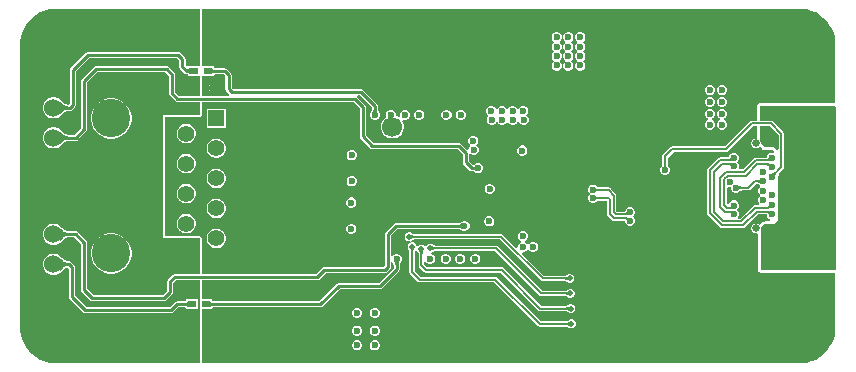
<source format=gbl>
G04*
G04 #@! TF.GenerationSoftware,Altium Limited,Altium Designer Agile,26.0.0 (14)*
G04*
G04 Layer_Physical_Order=4*
G04 Layer_Color=16711680*
%FSLAX25Y25*%
%MOIN*%
G70*
G04*
G04 #@! TF.SameCoordinates,7524BEC1-89ED-4D1E-BEAD-273B5B3E8E6B*
G04*
G04*
G04 #@! TF.FilePolarity,Positive*
G04*
G01*
G75*
%ADD12C,0.00787*%
%ADD22R,0.02953X0.02362*%
%ADD23C,0.06693*%
%ADD25R,0.02362X0.02520*%
%ADD56C,0.11811*%
%ADD67C,0.00811*%
%ADD68C,0.01000*%
%ADD70C,0.02362*%
%ADD71O,0.05512X0.03150*%
%ADD72C,0.02559*%
%ADD73C,0.12795*%
%ADD74C,0.09626*%
%ADD75C,0.05504*%
%ADD76C,0.06024*%
%ADD77R,0.05504X0.05504*%
%ADD78C,0.01968*%
%ADD87C,0.00811*%
G36*
X59842Y98941D02*
X56517D01*
X56467Y98968D01*
X56438Y98959D01*
X56410Y98971D01*
X56389Y98962D01*
X55898Y98941D01*
X55403Y98910D01*
X55055Y99242D01*
Y101378D01*
X54977Y101768D01*
X54756Y102099D01*
X53378Y103477D01*
X53048Y103698D01*
X52658Y103776D01*
X22441D01*
X22051Y103698D01*
X21720Y103477D01*
X16700Y98457D01*
X16479Y98126D01*
X16402Y97736D01*
Y86544D01*
X16015Y86157D01*
X15881D01*
X15841Y86177D01*
X15663Y86191D01*
X15504Y86225D01*
X15323Y86286D01*
X15122Y86378D01*
X14901Y86502D01*
X14663Y86659D01*
X14414Y86847D01*
X13853Y87337D01*
X13554Y87631D01*
X13457Y87671D01*
X13180Y87948D01*
X12379Y88410D01*
X11486Y88650D01*
X10561D01*
X9668Y88410D01*
X8867Y87948D01*
X8213Y87294D01*
X7751Y86493D01*
X7512Y85600D01*
Y84676D01*
X7751Y83782D01*
X8213Y82981D01*
X8867Y82328D01*
X9668Y81865D01*
X10561Y81626D01*
X11486D01*
X12379Y81865D01*
X13180Y82328D01*
X13457Y82604D01*
X13554Y82644D01*
X13853Y82938D01*
X14414Y83429D01*
X14663Y83616D01*
X14901Y83773D01*
X15122Y83898D01*
X15323Y83989D01*
X15504Y84051D01*
X15663Y84085D01*
X15841Y84098D01*
X15881Y84118D01*
X16437D01*
X16827Y84196D01*
X17158Y84417D01*
X18142Y85401D01*
X18363Y85732D01*
X18441Y86122D01*
Y97314D01*
X22863Y101736D01*
X52235D01*
X53016Y100956D01*
Y98819D01*
X53093Y98429D01*
X53315Y98098D01*
X54692Y96720D01*
X55023Y96499D01*
X55301Y96444D01*
X55399Y96400D01*
X55572Y96395D01*
X55704Y96384D01*
X55807Y96367D01*
X55878Y96348D01*
X55898Y96340D01*
Y95579D01*
X59842D01*
Y89209D01*
X52785D01*
X51610Y90383D01*
Y96161D01*
X51533Y96552D01*
X51311Y96882D01*
X49441Y98752D01*
X49111Y98974D01*
X48720Y99051D01*
X25197D01*
X24807Y98974D01*
X24476Y98752D01*
X20539Y94815D01*
X20318Y94485D01*
X20240Y94095D01*
Y78375D01*
X18023Y76157D01*
X15881D01*
X15841Y76178D01*
X15663Y76191D01*
X15504Y76225D01*
X15323Y76286D01*
X15122Y76378D01*
X14901Y76502D01*
X14663Y76659D01*
X14414Y76846D01*
X13853Y77337D01*
X13554Y77631D01*
X13457Y77671D01*
X13180Y77948D01*
X12379Y78410D01*
X11486Y78650D01*
X10561D01*
X9668Y78410D01*
X8867Y77948D01*
X8213Y77294D01*
X7751Y76493D01*
X7512Y75600D01*
Y74676D01*
X7751Y73782D01*
X8213Y72982D01*
X8867Y72328D01*
X9668Y71865D01*
X10561Y71626D01*
X11486D01*
X12379Y71865D01*
X13180Y72328D01*
X13457Y72604D01*
X13554Y72644D01*
X13853Y72938D01*
X14414Y73429D01*
X14663Y73616D01*
X14901Y73773D01*
X15122Y73898D01*
X15323Y73989D01*
X15504Y74051D01*
X15663Y74085D01*
X15841Y74098D01*
X15881Y74118D01*
X18445D01*
X18835Y74196D01*
X19166Y74417D01*
X21981Y77232D01*
X22202Y77563D01*
X22279Y77953D01*
Y93672D01*
X25619Y97012D01*
X48298D01*
X49571Y95739D01*
Y89961D01*
X49649Y89570D01*
X49870Y89240D01*
X51641Y87468D01*
X51972Y87247D01*
X52362Y87169D01*
X59842D01*
Y82677D01*
X47638D01*
Y41732D01*
X59842D01*
Y29760D01*
X51476D01*
X51086Y29682D01*
X50755Y29461D01*
X49279Y27985D01*
X49058Y27654D01*
X48980Y27264D01*
Y24143D01*
X47511Y22673D01*
X24438D01*
X22279Y24832D01*
Y40157D01*
X22202Y40548D01*
X21981Y40878D01*
X19166Y43693D01*
X18835Y43914D01*
X18445Y43992D01*
X15881D01*
X15841Y44012D01*
X15663Y44025D01*
X15504Y44059D01*
X15323Y44121D01*
X15122Y44213D01*
X14901Y44337D01*
X14663Y44494D01*
X14414Y44681D01*
X13853Y45172D01*
X13554Y45466D01*
X13457Y45506D01*
X13180Y45783D01*
X12379Y46245D01*
X11486Y46484D01*
X10561D01*
X9668Y46245D01*
X8867Y45783D01*
X8213Y45129D01*
X7751Y44328D01*
X7512Y43435D01*
Y42510D01*
X7751Y41617D01*
X8213Y40816D01*
X8867Y40162D01*
X9668Y39700D01*
X10561Y39461D01*
X11486D01*
X12379Y39700D01*
X13180Y40162D01*
X13457Y40439D01*
X13554Y40479D01*
X13853Y40773D01*
X14414Y41264D01*
X14663Y41451D01*
X14901Y41608D01*
X15122Y41732D01*
X15323Y41824D01*
X15504Y41886D01*
X15663Y41919D01*
X15841Y41933D01*
X15881Y41953D01*
X18023D01*
X20240Y39735D01*
Y24409D01*
X20318Y24019D01*
X20539Y23688D01*
X23295Y20933D01*
X23626Y20712D01*
X24016Y20634D01*
X47933D01*
X48323Y20712D01*
X48654Y20933D01*
X50721Y22999D01*
X50942Y23330D01*
X51020Y23720D01*
Y26841D01*
X51899Y27721D01*
X59842D01*
Y21260D01*
X59842D01*
Y17898D01*
X59842D01*
Y0D01*
X11811D01*
X11037Y-0D01*
X9502Y202D01*
X8006Y603D01*
X6576Y1195D01*
X5235Y1969D01*
X4007Y2912D01*
X2912Y4007D01*
X1969Y5235D01*
X1195Y6576D01*
X603Y8006D01*
X202Y9502D01*
X-0Y11037D01*
X0Y11811D01*
Y106299D01*
X-0Y107073D01*
X202Y108608D01*
X603Y110104D01*
X1195Y111534D01*
X1969Y112875D01*
X2912Y114103D01*
X4007Y115198D01*
X5235Y116141D01*
X6576Y116915D01*
X8006Y117507D01*
X9502Y117908D01*
X11037Y118110D01*
X11811Y118110D01*
X11811Y118110D01*
X59842D01*
Y98941D01*
D02*
G37*
G36*
X56410Y96445D02*
X56400Y96539D01*
X56370Y96623D01*
X56320Y96698D01*
X56250Y96762D01*
X56161Y96817D01*
X56051Y96861D01*
X55922Y96896D01*
X55772Y96921D01*
X55603Y96936D01*
X55413Y96941D01*
Y97941D01*
X55603Y97946D01*
X55772Y97961D01*
X55922Y97985D01*
X56051Y98019D01*
X56161Y98063D01*
X56250Y98117D01*
X56320Y98181D01*
X56370Y98254D01*
X56400Y98337D01*
X56410Y98430D01*
Y96445D01*
D02*
G37*
G36*
X63876Y98166D02*
X63906Y98081D01*
X63956Y98006D01*
X64026Y97941D01*
X64116Y97886D01*
X64226Y97841D01*
X64356Y97806D01*
X64506Y97781D01*
X64676Y97766D01*
X64866Y97761D01*
Y96761D01*
X64676Y96756D01*
X64506Y96741D01*
X64356Y96716D01*
X64226Y96681D01*
X64116Y96636D01*
X64026Y96581D01*
X63956Y96516D01*
X63906Y96441D01*
X63876Y96356D01*
X63866Y96261D01*
Y98261D01*
X63876Y98166D01*
D02*
G37*
G36*
X68370Y95641D02*
Y91339D01*
X68448Y90948D01*
X68669Y90618D01*
X69578Y89709D01*
X69515Y89411D01*
X69389Y89209D01*
X60384D01*
Y95096D01*
X60425Y95579D01*
X60884Y95579D01*
X64378D01*
Y96156D01*
X64380Y96159D01*
X64399Y96167D01*
X64471Y96186D01*
X64574Y96204D01*
X64707Y96215D01*
X64880Y96220D01*
X64928Y96241D01*
X67770D01*
X68370Y95641D01*
D02*
G37*
G36*
X118728Y84463D02*
X118738Y84349D01*
X118754Y84241D01*
X118777Y84138D01*
X118806Y84042D01*
X118842Y83951D01*
X118885Y83866D01*
X118934Y83788D01*
X118989Y83715D01*
X119052Y83648D01*
X117398D01*
X117460Y83715D01*
X117516Y83788D01*
X117565Y83866D01*
X117607Y83951D01*
X117643Y84042D01*
X117672Y84138D01*
X117695Y84241D01*
X117712Y84349D01*
X117721Y84463D01*
X117725Y84583D01*
X118725D01*
X118728Y84463D01*
D02*
G37*
G36*
X13485Y86940D02*
X14073Y86426D01*
X14351Y86217D01*
X14619Y86040D01*
X14877Y85895D01*
X15123Y85782D01*
X15360Y85702D01*
X15586Y85654D01*
X15801Y85638D01*
Y84638D01*
X15586Y84622D01*
X15360Y84574D01*
X15123Y84493D01*
X14877Y84381D01*
X14619Y84236D01*
X14351Y84059D01*
X14073Y83850D01*
X13485Y83335D01*
X13174Y83030D01*
Y87246D01*
X13485Y86940D01*
D02*
G37*
G36*
X262152Y117908D02*
X263647Y117507D01*
X265078Y116915D01*
X266418Y116141D01*
X267647Y115198D01*
X268742Y114103D01*
X269684Y112875D01*
X270458Y111534D01*
X271051Y110104D01*
X271451Y108608D01*
X271654Y107073D01*
Y106299D01*
Y86957D01*
X271398Y86748D01*
X246555D01*
X246165Y86670D01*
X245834Y86449D01*
X245613Y86119D01*
X245535Y85728D01*
Y80844D01*
X243898D01*
X243898Y80844D01*
X243544Y80774D01*
X243245Y80574D01*
X243245Y80574D01*
X234952Y72281D01*
X217323D01*
X217323Y72281D01*
X216969Y72211D01*
X216670Y72011D01*
X216670Y72011D01*
X214209Y69551D01*
X214009Y69251D01*
X213939Y68898D01*
X213939Y68898D01*
Y65783D01*
X213478Y65322D01*
X213222Y64705D01*
Y64036D01*
X213478Y63418D01*
X213951Y62945D01*
X214569Y62689D01*
X215238D01*
X215856Y62945D01*
X216329Y63418D01*
X216584Y64036D01*
Y64705D01*
X216329Y65322D01*
X215856Y65795D01*
X215785Y65824D01*
Y68515D01*
X217705Y70435D01*
X235335D01*
X235335Y70435D01*
X235688Y70505D01*
X235987Y70705D01*
X244280Y78998D01*
X245535D01*
Y74924D01*
X245443Y74862D01*
X244793D01*
X244193Y74613D01*
X243733Y74154D01*
X243484Y73553D01*
Y72903D01*
X243733Y72303D01*
X244193Y71843D01*
X244793Y71595D01*
X245443D01*
X246044Y71843D01*
X246419Y72218D01*
X247310Y71326D01*
X247641Y71105D01*
X248031Y71028D01*
X250759D01*
X251267Y70519D01*
X250984Y70095D01*
X250767Y70185D01*
X250099D01*
X249481Y69929D01*
X249008Y69456D01*
X248752Y68838D01*
Y68508D01*
X245159D01*
X244806Y68438D01*
X244507Y68238D01*
X240878Y64609D01*
X239735D01*
X239401Y65109D01*
X239476Y65292D01*
Y65961D01*
X239220Y66579D01*
X238814Y66985D01*
X239220Y67391D01*
X239476Y68009D01*
Y68678D01*
X239220Y69295D01*
X238748Y69768D01*
X238130Y70024D01*
X237461D01*
X236843Y69768D01*
X236370Y69295D01*
X236114Y68678D01*
Y68564D01*
X233192D01*
X232838Y68494D01*
X232539Y68293D01*
X229138Y64893D01*
X228938Y64593D01*
X228868Y64240D01*
Y49949D01*
X228938Y49596D01*
X229138Y49296D01*
X233154Y45280D01*
X233454Y45080D01*
X233807Y45009D01*
X240815D01*
X241168Y45080D01*
X241468Y45280D01*
X245790Y49602D01*
X248752D01*
Y49272D01*
X249008Y48654D01*
X249481Y48181D01*
X249975Y47976D01*
X249876Y47476D01*
X248268D01*
X247878Y47399D01*
X247878Y47399D01*
X247701Y47326D01*
X247535Y47292D01*
X247204Y47071D01*
X246222Y46089D01*
X246044Y46267D01*
X245443Y46516D01*
X244793D01*
X244193Y46267D01*
X243733Y45807D01*
X243484Y45207D01*
Y44557D01*
X243733Y43956D01*
X244193Y43497D01*
X244793Y43248D01*
X245443D01*
X245831Y42989D01*
Y31201D01*
X245908Y30811D01*
X246129Y30480D01*
X246460Y30259D01*
X246850Y30181D01*
X271654D01*
Y11811D01*
Y11037D01*
X271451Y9502D01*
X271051Y8006D01*
X270458Y6576D01*
X269684Y5235D01*
X268742Y4007D01*
X267647Y2912D01*
X266418Y1969D01*
X265078Y1195D01*
X263647Y603D01*
X262152Y202D01*
X260617Y0D01*
X60384D01*
Y17898D01*
X63795D01*
Y18474D01*
X63797Y18477D01*
X63817Y18485D01*
X63888Y18504D01*
X63992Y18521D01*
X64124Y18533D01*
X64297Y18538D01*
X64346Y18559D01*
X99894D01*
X100284Y18637D01*
X100615Y18858D01*
X106525Y24768D01*
X119882D01*
X120272Y24845D01*
X120603Y25066D01*
X126115Y30578D01*
X126336Y30909D01*
X126413Y31299D01*
Y32804D01*
X126435Y32852D01*
X126437Y32956D01*
X126444Y33038D01*
X126455Y33110D01*
X126470Y33174D01*
X126487Y33229D01*
X126506Y33277D01*
X126526Y33319D01*
X126549Y33355D01*
X126573Y33386D01*
X126618Y33434D01*
X126651Y33526D01*
X126819Y33693D01*
X127075Y34311D01*
Y34980D01*
X126819Y35598D01*
X126346Y36071D01*
X125728Y36327D01*
X125059D01*
X124441Y36071D01*
X123969Y35598D01*
X123960Y35579D01*
X123460Y35678D01*
Y42491D01*
X125619Y44650D01*
X146190D01*
X146238Y44628D01*
X146342Y44625D01*
X146423Y44618D01*
X146496Y44608D01*
X146560Y44593D01*
X146615Y44576D01*
X146663Y44557D01*
X146704Y44537D01*
X146740Y44514D01*
X146772Y44490D01*
X146820Y44445D01*
X146912Y44412D01*
X147079Y44244D01*
X147697Y43988D01*
X148366D01*
X148984Y44244D01*
X149457Y44717D01*
X149713Y45335D01*
Y46004D01*
X149457Y46622D01*
X148984Y47095D01*
X148366Y47350D01*
X147697D01*
X147079Y47095D01*
X146912Y46927D01*
X146820Y46893D01*
X146772Y46849D01*
X146740Y46824D01*
X146704Y46802D01*
X146663Y46781D01*
X146615Y46762D01*
X146560Y46745D01*
X146496Y46731D01*
X146423Y46720D01*
X146342Y46713D01*
X146238Y46710D01*
X146190Y46689D01*
X125197D01*
X124807Y46611D01*
X124476Y46390D01*
X121720Y43634D01*
X121499Y43304D01*
X121421Y42913D01*
Y32509D01*
X120960Y32047D01*
X101303D01*
X100913Y31969D01*
X100582Y31749D01*
X98593Y29760D01*
X60384D01*
Y41732D01*
X60225Y42115D01*
X59842Y42274D01*
X48179D01*
Y82136D01*
X59842D01*
X60225Y82294D01*
X60384Y82677D01*
Y87169D01*
X110995D01*
X113154Y85011D01*
Y75591D01*
X113231Y75200D01*
X113452Y74870D01*
X116602Y71720D01*
X116933Y71499D01*
X117323Y71421D01*
X145641D01*
X147406Y69656D01*
Y66929D01*
X147483Y66539D01*
X147704Y66208D01*
X149673Y64240D01*
X150004Y64019D01*
X150394Y63941D01*
X150718D01*
X150766Y63920D01*
X150870Y63917D01*
X150951Y63910D01*
X151023Y63899D01*
X151087Y63885D01*
X151143Y63868D01*
X151191Y63849D01*
X151232Y63828D01*
X151268Y63806D01*
X151300Y63781D01*
X151348Y63737D01*
X151439Y63703D01*
X151607Y63535D01*
X152225Y63279D01*
X152893D01*
X153511Y63535D01*
X153984Y64008D01*
X154240Y64626D01*
Y65295D01*
X153984Y65913D01*
X153511Y66386D01*
X152893Y66642D01*
X152225D01*
X151607Y66386D01*
X151439Y66218D01*
X151348Y66184D01*
X151300Y66140D01*
X151268Y66116D01*
X151232Y66093D01*
X151191Y66073D01*
X151143Y66053D01*
X151087Y66037D01*
X151023Y66022D01*
X150951Y66011D01*
X150870Y66005D01*
X150794Y66002D01*
X149445Y67352D01*
Y69715D01*
X149945Y69922D01*
X150130Y69736D01*
X150748Y69480D01*
X151417D01*
X152035Y69736D01*
X152508Y70209D01*
X152764Y70827D01*
Y71496D01*
X152508Y72114D01*
X152261Y72360D01*
X152036Y72588D01*
X152261Y73014D01*
X152409Y73162D01*
X152665Y73780D01*
Y74449D01*
X152409Y75066D01*
X151936Y75539D01*
X151319Y75795D01*
X150650D01*
X150032Y75539D01*
X149559Y75066D01*
X149303Y74449D01*
Y73780D01*
X149559Y73162D01*
X149806Y72915D01*
X150031Y72687D01*
X149806Y72262D01*
X149657Y72114D01*
X149402Y71496D01*
Y71251D01*
X148902Y71044D01*
X146784Y73162D01*
X146453Y73383D01*
X146063Y73461D01*
X117745D01*
X115193Y76013D01*
Y85433D01*
X115115Y85823D01*
X114894Y86154D01*
X112214Y88835D01*
X112277Y89133D01*
X112402Y89335D01*
X113160D01*
X117205Y85290D01*
Y84646D01*
X117184Y84598D01*
X117181Y84493D01*
X117174Y84412D01*
X117163Y84340D01*
X117149Y84276D01*
X117132Y84221D01*
X117113Y84173D01*
X117092Y84131D01*
X117070Y84095D01*
X117045Y84063D01*
X117001Y84016D01*
X116967Y83924D01*
X116799Y83757D01*
X116544Y83139D01*
Y82470D01*
X116799Y81852D01*
X117272Y81379D01*
X117890Y81123D01*
X118559D01*
X119177Y81379D01*
X119650Y81852D01*
X119906Y82470D01*
Y83139D01*
X119650Y83757D01*
X119482Y83924D01*
X119448Y84016D01*
X119404Y84064D01*
X119380Y84095D01*
X119357Y84131D01*
X119337Y84173D01*
X119318Y84221D01*
X119301Y84276D01*
X119286Y84340D01*
X119275Y84412D01*
X119269Y84493D01*
X119266Y84598D01*
X119244Y84646D01*
Y85712D01*
X119167Y86102D01*
X118946Y86433D01*
X114304Y91075D01*
X113973Y91296D01*
X113583Y91374D01*
X70796D01*
X70409Y91761D01*
Y96063D01*
X70332Y96453D01*
X70111Y96784D01*
X68913Y97982D01*
X68582Y98203D01*
X68192Y98280D01*
X64928D01*
X64880Y98302D01*
X64707Y98306D01*
X64574Y98318D01*
X64471Y98335D01*
X64399Y98355D01*
X64380Y98363D01*
X64378Y98366D01*
Y98941D01*
X60884D01*
X60425Y98941D01*
X60384Y99424D01*
Y118110D01*
X260617D01*
X262152Y117908D01*
D02*
G37*
G36*
X13485Y76941D02*
X14073Y76426D01*
X14351Y76217D01*
X14619Y76040D01*
X14877Y75895D01*
X15123Y75783D01*
X15360Y75702D01*
X15586Y75654D01*
X15801Y75638D01*
Y74638D01*
X15586Y74622D01*
X15360Y74573D01*
X15123Y74493D01*
X14877Y74380D01*
X14619Y74236D01*
X14351Y74059D01*
X14073Y73850D01*
X13485Y73335D01*
X13174Y73030D01*
Y77246D01*
X13485Y76941D01*
D02*
G37*
G36*
X252718Y75995D02*
Y71217D01*
X252219Y71010D01*
X251181Y72047D01*
X248031D01*
X246752Y73327D01*
Y73553D01*
X246555Y74029D01*
Y78998D01*
X249716D01*
X252718Y75995D01*
D02*
G37*
G36*
X249762Y67532D02*
X249753Y67534D01*
X249739Y67530D01*
X249721Y67521D01*
X249699Y67506D01*
X249672Y67485D01*
X249604Y67427D01*
X249469Y67298D01*
X248896Y67872D01*
X249276Y68264D01*
X249762Y67532D01*
D02*
G37*
G36*
X249519Y66511D02*
X249699Y66352D01*
X249721Y66337D01*
X249739Y66328D01*
X249753Y66325D01*
X249762Y66326D01*
X249276Y65594D01*
X249273Y65600D01*
X249262Y65613D01*
X249182Y65697D01*
X248896Y65987D01*
X249469Y66560D01*
X249519Y66511D01*
D02*
G37*
G36*
X151716Y64134D02*
X151649Y64196D01*
X151576Y64252D01*
X151497Y64301D01*
X151412Y64343D01*
X151322Y64379D01*
X151225Y64408D01*
X151123Y64431D01*
X151014Y64448D01*
X150900Y64457D01*
X150780Y64461D01*
Y65461D01*
X150900Y65464D01*
X151014Y65474D01*
X151123Y65490D01*
X151225Y65513D01*
X151322Y65542D01*
X151412Y65578D01*
X151497Y65621D01*
X151576Y65670D01*
X151649Y65725D01*
X151716Y65787D01*
Y64134D01*
D02*
G37*
G36*
X252005Y63204D02*
X251930Y63122D01*
X251863Y63037D01*
X251803Y62948D01*
X251752Y62855D01*
X251709Y62758D01*
X251674Y62658D01*
X251647Y62553D01*
X251628Y62445D01*
X251617Y62333D01*
X251614Y62217D01*
X250445Y63386D01*
X250561Y63389D01*
X250673Y63399D01*
X250781Y63419D01*
X250886Y63446D01*
X250987Y63481D01*
X251083Y63524D01*
X251176Y63575D01*
X251265Y63634D01*
X251350Y63702D01*
X251432Y63777D01*
X252005Y63204D01*
D02*
G37*
G36*
X246834Y59803D02*
X246750Y59883D01*
X246663Y59955D01*
X246573Y60018D01*
X246480Y60073D01*
X246384Y60119D01*
X246285Y60157D01*
X246183Y60186D01*
X246078Y60207D01*
X245970Y60220D01*
X245859Y60224D01*
Y61036D01*
X245970Y61040D01*
X246078Y61052D01*
X246183Y61073D01*
X246285Y61103D01*
X246384Y61141D01*
X246480Y61187D01*
X246573Y61242D01*
X246663Y61305D01*
X246750Y61377D01*
X246834Y61457D01*
Y59803D01*
D02*
G37*
G36*
X239463Y59239D02*
X239550Y59167D01*
X239640Y59104D01*
X239733Y59049D01*
X239828Y59003D01*
X239927Y58965D01*
X240029Y58935D01*
X240134Y58915D01*
X240242Y58902D01*
X240353Y58898D01*
Y58086D01*
X240242Y58082D01*
X240134Y58069D01*
X240029Y58048D01*
X239927Y58019D01*
X239828Y57981D01*
X239733Y57935D01*
X239640Y57880D01*
X239550Y57817D01*
X239463Y57745D01*
X239378Y57665D01*
Y59319D01*
X239463Y59239D01*
D02*
G37*
G36*
X245839Y59684D02*
X245928Y59680D01*
X245993Y59672D01*
X246054Y59660D01*
X246112Y59643D01*
X246169Y59622D01*
X246224Y59595D01*
X246280Y59562D01*
X246335Y59524D01*
X246391Y59478D01*
X246461Y59411D01*
X246553Y59376D01*
X246562Y59355D01*
X246671Y59055D01*
X246554Y58734D01*
X246252Y58433D01*
X245996Y57815D01*
Y57146D01*
X246252Y56528D01*
X246554Y56226D01*
X246671Y55905D01*
X246554Y55585D01*
X246252Y55283D01*
X245996Y54665D01*
Y53996D01*
X246252Y53378D01*
X246370Y53260D01*
X246163Y52760D01*
X244864D01*
X244511Y52690D01*
X244211Y52490D01*
X239889Y48167D01*
X239323D01*
X239116Y48667D01*
X239319Y48871D01*
X239575Y49488D01*
Y50157D01*
X239319Y50775D01*
X238913Y51181D01*
X239319Y51587D01*
X239575Y52205D01*
Y52874D01*
X239319Y53492D01*
X238846Y53965D01*
X238228Y54220D01*
X237559D01*
X236941Y53965D01*
X236469Y53492D01*
X236395Y53314D01*
X235810Y53156D01*
X235596Y53316D01*
Y58494D01*
X236097Y58828D01*
X236280Y58752D01*
X236854D01*
Y58158D01*
X237110Y57540D01*
X237583Y57067D01*
X238201Y56811D01*
X238869D01*
X239487Y57067D01*
X239657Y57237D01*
X239752Y57273D01*
X239822Y57340D01*
X239877Y57386D01*
X239933Y57424D01*
X239988Y57457D01*
X240043Y57484D01*
X240100Y57505D01*
X240158Y57522D01*
X240219Y57534D01*
X240284Y57542D01*
X240373Y57546D01*
X240424Y57569D01*
X242646D01*
X242999Y57639D01*
X243299Y57839D01*
X245166Y59706D01*
X245789D01*
X245839Y59684D01*
D02*
G37*
G36*
X249762Y51784D02*
X249753Y51786D01*
X249739Y51782D01*
X249721Y51773D01*
X249699Y51758D01*
X249672Y51737D01*
X249604Y51679D01*
X249469Y51550D01*
X248896Y52124D01*
X249276Y52516D01*
X249762Y51784D01*
D02*
G37*
G36*
X249519Y50763D02*
X249699Y50604D01*
X249721Y50589D01*
X249739Y50580D01*
X249753Y50577D01*
X249762Y50578D01*
X249276Y49846D01*
X249273Y49852D01*
X249262Y49865D01*
X249182Y49949D01*
X248896Y50239D01*
X249469Y50812D01*
X249519Y50763D01*
D02*
G37*
G36*
X147188Y44842D02*
X147121Y44905D01*
X147048Y44960D01*
X146969Y45009D01*
X146885Y45052D01*
X146794Y45088D01*
X146698Y45117D01*
X146595Y45140D01*
X146487Y45156D01*
X146373Y45166D01*
X146253Y45169D01*
Y46169D01*
X146373Y46173D01*
X146487Y46182D01*
X146595Y46199D01*
X146698Y46222D01*
X146794Y46251D01*
X146885Y46287D01*
X146969Y46329D01*
X147048Y46378D01*
X147121Y46434D01*
X147188Y46496D01*
Y44842D01*
D02*
G37*
G36*
X13485Y44775D02*
X14073Y44260D01*
X14351Y44051D01*
X14619Y43874D01*
X14877Y43730D01*
X15123Y43617D01*
X15360Y43537D01*
X15586Y43488D01*
X15801Y43472D01*
Y42472D01*
X15586Y42456D01*
X15360Y42408D01*
X15123Y42328D01*
X14877Y42215D01*
X14619Y42070D01*
X14351Y41894D01*
X14073Y41684D01*
X13485Y41170D01*
X13174Y40864D01*
Y45081D01*
X13485Y44775D01*
D02*
G37*
G36*
X126158Y33735D02*
X126103Y33662D01*
X126054Y33584D01*
X126011Y33499D01*
X125975Y33408D01*
X125946Y33312D01*
X125923Y33209D01*
X125907Y33101D01*
X125897Y32987D01*
X125894Y32867D01*
X124894D01*
X124890Y32987D01*
X124881Y33101D01*
X124864Y33209D01*
X124841Y33312D01*
X124812Y33408D01*
X124776Y33499D01*
X124734Y33584D01*
X124685Y33662D01*
X124629Y33735D01*
X124567Y33802D01*
X126221D01*
X126158Y33735D01*
D02*
G37*
G36*
X271752Y85375D02*
X271752Y74803D01*
X271752Y31201D01*
X246850D01*
Y45079D01*
X246752Y45177D01*
Y45177D01*
X247925Y46350D01*
X248011D01*
X248268Y46457D01*
X251378D01*
X252559Y47638D01*
Y61841D01*
X252592Y62009D01*
X252633Y62191D01*
X252635Y62271D01*
X252639Y62307D01*
X252644Y62337D01*
X252650Y62362D01*
X252658Y62382D01*
X252666Y62400D01*
X252676Y62419D01*
X252688Y62437D01*
X252705Y62458D01*
X252753Y62511D01*
X252847Y62664D01*
X252947Y62813D01*
X252951Y62833D01*
X252961Y62849D01*
X252990Y63027D01*
X253025Y63204D01*
X253021Y63223D01*
X253024Y63242D01*
X252982Y63417D01*
X252977Y63443D01*
X254295Y64761D01*
X254495Y65060D01*
X254565Y65413D01*
Y76378D01*
X254495Y76731D01*
X254295Y77031D01*
X254294Y77031D01*
X250751Y80574D01*
X250452Y80774D01*
X250098Y80844D01*
X250098Y80844D01*
X246555D01*
Y85728D01*
X271398D01*
X271752Y85375D01*
D02*
G37*
G36*
X123969Y33693D02*
X124136Y33526D01*
X124170Y33434D01*
X124214Y33386D01*
X124239Y33355D01*
X124261Y33319D01*
X124282Y33277D01*
X124301Y33229D01*
X124318Y33174D01*
X124332Y33110D01*
X124343Y33038D01*
X124350Y32956D01*
X124353Y32852D01*
X124374Y32804D01*
Y31721D01*
X119460Y26807D01*
X106102D01*
X105712Y26729D01*
X105381Y26508D01*
X99471Y20598D01*
X64346D01*
X64297Y20620D01*
X64124Y20624D01*
X63992Y20636D01*
X63888Y20653D01*
X63817Y20673D01*
X63797Y20681D01*
X63795Y20684D01*
Y21260D01*
X60384D01*
Y27721D01*
X99016D01*
X99406Y27798D01*
X99737Y28019D01*
X101725Y30008D01*
X121382D01*
X121772Y30086D01*
X122103Y30307D01*
X123162Y31366D01*
X123383Y31696D01*
X123460Y32087D01*
Y33613D01*
X123960Y33713D01*
X123969Y33693D01*
D02*
G37*
G36*
X63293Y20484D02*
X63323Y20399D01*
X63373Y20324D01*
X63443Y20259D01*
X63533Y20204D01*
X63643Y20159D01*
X63773Y20124D01*
X63923Y20099D01*
X64093Y20084D01*
X64283Y20079D01*
Y19079D01*
X64093Y19074D01*
X63923Y19059D01*
X63773Y19034D01*
X63643Y18999D01*
X63533Y18954D01*
X63443Y18899D01*
X63373Y18834D01*
X63323Y18759D01*
X63293Y18674D01*
X63283Y18579D01*
Y20579D01*
X63293Y20484D01*
D02*
G37*
%LPC*%
G36*
X30980Y88307D02*
X29650D01*
X28346Y88048D01*
X27117Y87539D01*
X26011Y86800D01*
X25070Y85859D01*
X24331Y84753D01*
X23822Y83525D01*
X23563Y82220D01*
Y80890D01*
X23822Y79586D01*
X24331Y78357D01*
X25070Y77251D01*
X26011Y76310D01*
X27117Y75572D01*
X28346Y75063D01*
X29650Y74803D01*
X30980D01*
X32284Y75063D01*
X33513Y75572D01*
X34619Y76310D01*
X35560Y77251D01*
X36298Y78357D01*
X36808Y79586D01*
X37067Y80890D01*
Y82220D01*
X36808Y83525D01*
X36298Y84753D01*
X35560Y85859D01*
X34619Y86800D01*
X33513Y87539D01*
X32284Y88048D01*
X30980Y88307D01*
D02*
G37*
G36*
Y43307D02*
X29650D01*
X28346Y43048D01*
X27117Y42539D01*
X26011Y41800D01*
X25070Y40859D01*
X24331Y39753D01*
X23822Y38525D01*
X23563Y37220D01*
Y35890D01*
X23822Y34586D01*
X24331Y33357D01*
X25070Y32251D01*
X26011Y31310D01*
X27117Y30572D01*
X28346Y30063D01*
X29650Y29803D01*
X30980D01*
X32284Y30063D01*
X33513Y30572D01*
X34619Y31310D01*
X35560Y32251D01*
X36298Y33357D01*
X36808Y34586D01*
X37067Y35890D01*
Y37220D01*
X36808Y38525D01*
X36298Y39753D01*
X35560Y40859D01*
X34619Y41800D01*
X33513Y42539D01*
X32284Y43048D01*
X30980Y43307D01*
D02*
G37*
G36*
X11486Y36484D02*
X10561D01*
X9668Y36245D01*
X8867Y35783D01*
X8213Y35129D01*
X7751Y34328D01*
X7512Y33435D01*
Y32510D01*
X7751Y31617D01*
X8213Y30816D01*
X8867Y30162D01*
X9668Y29700D01*
X10561Y29461D01*
X11486D01*
X12379Y29700D01*
X13180Y30162D01*
X13457Y30439D01*
X13554Y30479D01*
X13853Y30773D01*
X14414Y31264D01*
X14663Y31451D01*
X14901Y31608D01*
X15122Y31732D01*
X15323Y31824D01*
X15504Y31885D01*
X15656Y31918D01*
X16106Y31467D01*
Y22146D01*
X16184Y21756D01*
X16405Y21425D01*
X20933Y16897D01*
X21263Y16676D01*
X21654Y16599D01*
X50295D01*
X50685Y16676D01*
X51016Y16897D01*
X52678Y18559D01*
X54765D01*
X54813Y18538D01*
X54986Y18533D01*
X55119Y18521D01*
X55222Y18504D01*
X55293Y18485D01*
X55313Y18477D01*
X55315Y18474D01*
Y17898D01*
X59268D01*
Y21260D01*
X55315D01*
Y20684D01*
X55313Y20681D01*
X55293Y20673D01*
X55222Y20653D01*
X55119Y20636D01*
X54986Y20624D01*
X54813Y20620D01*
X54765Y20598D01*
X52256D01*
X51866Y20521D01*
X51535Y20300D01*
X49873Y18638D01*
X22076D01*
X18146Y22568D01*
Y31890D01*
X18068Y32280D01*
X17847Y32611D01*
X16764Y33693D01*
X16433Y33914D01*
X16043Y33992D01*
X15881D01*
X15841Y34012D01*
X15663Y34025D01*
X15504Y34059D01*
X15323Y34121D01*
X15122Y34213D01*
X14901Y34337D01*
X14663Y34494D01*
X14414Y34681D01*
X13853Y35172D01*
X13554Y35466D01*
X13457Y35506D01*
X13180Y35783D01*
X12379Y36245D01*
X11486Y36484D01*
D02*
G37*
%LPD*%
G36*
X13485Y34775D02*
X14073Y34260D01*
X14351Y34051D01*
X14619Y33874D01*
X14877Y33730D01*
X15123Y33617D01*
X15360Y33537D01*
X15586Y33489D01*
X15801Y33472D01*
Y32472D01*
X15586Y32456D01*
X15360Y32408D01*
X15123Y32328D01*
X14877Y32215D01*
X14619Y32070D01*
X14351Y31894D01*
X14073Y31684D01*
X13485Y31170D01*
X13174Y30864D01*
Y35081D01*
X13485Y34775D01*
D02*
G37*
G36*
X55827Y18579D02*
X55817Y18674D01*
X55787Y18759D01*
X55737Y18834D01*
X55667Y18899D01*
X55577Y18954D01*
X55467Y18999D01*
X55337Y19034D01*
X55187Y19059D01*
X55017Y19074D01*
X54827Y19079D01*
Y20079D01*
X55017Y20084D01*
X55187Y20099D01*
X55337Y20124D01*
X55467Y20159D01*
X55577Y20204D01*
X55667Y20259D01*
X55737Y20324D01*
X55787Y20399D01*
X55817Y20484D01*
X55827Y20579D01*
Y18579D01*
D02*
G37*
%LPC*%
G36*
X62941Y92634D02*
X62951Y92539D01*
X62981Y92454D01*
X63031Y92379D01*
X63101Y92314D01*
X63191Y92259D01*
X63216Y92249D01*
X63223Y92251D01*
X63308Y92294D01*
X63387Y92343D01*
X63460Y92399D01*
X63527Y92461D01*
D01*
X63065Y92553D01*
X62941Y92634D01*
D02*
G37*
G36*
X63527Y92461D02*
Y92163D01*
X63581Y92154D01*
X63751Y92139D01*
X63941Y92134D01*
Y91134D01*
X63751Y91129D01*
X63581Y91114D01*
X63527Y91105D01*
Y91093D01*
X64370D01*
X64753Y91251D01*
X64911Y91634D01*
X64753Y92017D01*
X64370Y92175D01*
X63812D01*
X63527Y92461D01*
Y92461D01*
D02*
G37*
G36*
X62941Y92634D02*
X62941Y92175D01*
X61772D01*
X61389Y92017D01*
X61230Y91634D01*
X61389Y91251D01*
X61772Y91093D01*
X62941D01*
X62941Y90823D01*
Y91103D01*
X62934Y91104D01*
X62826Y91121D01*
X62711Y91131D01*
X62591Y91134D01*
Y92134D01*
X62711Y92137D01*
X62826Y92147D01*
X62934Y92163D01*
X62941Y92165D01*
Y92634D01*
Y92634D01*
D02*
G37*
G36*
X63216Y91019D02*
X63191Y91009D01*
X63101Y90954D01*
X63031Y90889D01*
X62981Y90814D01*
X62951Y90729D01*
X62941Y90634D01*
X63239Y90827D01*
X63481Y90839D01*
X63526Y90807D01*
X63460Y90869D01*
X63387Y90925D01*
X63308Y90974D01*
X63223Y91016D01*
X63216Y91019D01*
D02*
G37*
G36*
X186949Y110343D02*
X186280D01*
X185662Y110087D01*
X185189Y109614D01*
X184933Y108996D01*
Y108327D01*
X185189Y107709D01*
X185491Y107407D01*
X185608Y107087D01*
X185491Y106766D01*
X185189Y106464D01*
X184933Y105846D01*
Y105177D01*
X185189Y104560D01*
X185491Y104258D01*
X185608Y103937D01*
X185491Y103616D01*
X185189Y103314D01*
X184933Y102697D01*
Y102028D01*
X185189Y101410D01*
X185491Y101108D01*
X185608Y100787D01*
X185491Y100467D01*
X185189Y100165D01*
X184933Y99547D01*
Y98878D01*
X185189Y98260D01*
X185662Y97787D01*
X186280Y97531D01*
X186949D01*
X187566Y97787D01*
X188039Y98260D01*
X188295Y98878D01*
Y99547D01*
X188039Y100165D01*
X187738Y100467D01*
X187621Y100787D01*
X187738Y101108D01*
X188039Y101410D01*
X188295Y102028D01*
Y102697D01*
X188039Y103314D01*
X187738Y103616D01*
X187621Y103937D01*
X187738Y104258D01*
X188039Y104560D01*
X188295Y105177D01*
Y105846D01*
X188039Y106464D01*
X187738Y106766D01*
X187621Y107087D01*
X187738Y107407D01*
X188039Y107709D01*
X188295Y108327D01*
Y108996D01*
X188039Y109614D01*
X187566Y110087D01*
X186949Y110343D01*
D02*
G37*
G36*
X183012D02*
X182343D01*
X181725Y110087D01*
X181252Y109614D01*
X180996Y108996D01*
Y108327D01*
X181252Y107709D01*
X181554Y107407D01*
X181670Y107087D01*
X181554Y106766D01*
X181252Y106464D01*
X180996Y105846D01*
Y105177D01*
X181252Y104560D01*
X181554Y104258D01*
X181670Y103937D01*
X181554Y103616D01*
X181252Y103314D01*
X180996Y102697D01*
Y102028D01*
X181252Y101410D01*
X181554Y101108D01*
X181670Y100787D01*
X181554Y100467D01*
X181252Y100165D01*
X180996Y99547D01*
Y98878D01*
X181252Y98260D01*
X181725Y97787D01*
X182343Y97531D01*
X183012D01*
X183629Y97787D01*
X184102Y98260D01*
X184358Y98878D01*
Y99547D01*
X184102Y100165D01*
X183800Y100467D01*
X183684Y100787D01*
X183800Y101108D01*
X184102Y101410D01*
X184358Y102028D01*
Y102697D01*
X184102Y103314D01*
X183800Y103616D01*
X183684Y103937D01*
X183800Y104258D01*
X184102Y104560D01*
X184358Y105177D01*
Y105846D01*
X184102Y106464D01*
X183800Y106766D01*
X183684Y107087D01*
X183800Y107407D01*
X184102Y107709D01*
X184358Y108327D01*
Y108996D01*
X184102Y109614D01*
X183629Y110087D01*
X183012Y110343D01*
D02*
G37*
G36*
X179075D02*
X178406D01*
X177788Y110087D01*
X177315Y109614D01*
X177059Y108996D01*
Y108327D01*
X177315Y107709D01*
X177617Y107407D01*
X177734Y107087D01*
X177617Y106766D01*
X177315Y106464D01*
X177059Y105846D01*
Y105177D01*
X177315Y104560D01*
X177617Y104258D01*
X177734Y103937D01*
X177617Y103616D01*
X177315Y103314D01*
X177059Y102697D01*
Y102028D01*
X177315Y101410D01*
X177617Y101108D01*
X177734Y100787D01*
X177617Y100467D01*
X177315Y100165D01*
X177059Y99547D01*
Y98878D01*
X177315Y98260D01*
X177788Y97787D01*
X178406Y97531D01*
X179075D01*
X179692Y97787D01*
X180165Y98260D01*
X180421Y98878D01*
Y99547D01*
X180165Y100165D01*
X179864Y100467D01*
X179747Y100787D01*
X179864Y101108D01*
X180165Y101410D01*
X180421Y102028D01*
Y102697D01*
X180165Y103314D01*
X179864Y103616D01*
X179747Y103937D01*
X179864Y104258D01*
X180165Y104560D01*
X180421Y105177D01*
Y105846D01*
X180165Y106464D01*
X179864Y106766D01*
X179747Y107087D01*
X179864Y107407D01*
X180165Y107709D01*
X180421Y108327D01*
Y108996D01*
X180165Y109614D01*
X179692Y110087D01*
X179075Y110343D01*
D02*
G37*
G36*
X234193Y92626D02*
X233524D01*
X232906Y92370D01*
X232433Y91897D01*
X232177Y91279D01*
Y90610D01*
X232433Y89993D01*
X232906Y89520D01*
X233524Y89264D01*
X234193D01*
X234810Y89520D01*
X235283Y89993D01*
X235539Y90610D01*
Y91279D01*
X235283Y91897D01*
X234810Y92370D01*
X234193Y92626D01*
D02*
G37*
G36*
X230256D02*
X229587D01*
X228969Y92370D01*
X228496Y91897D01*
X228240Y91279D01*
Y90610D01*
X228496Y89993D01*
X228969Y89520D01*
X229587Y89264D01*
X230256D01*
X230873Y89520D01*
X231346Y89993D01*
X231602Y90610D01*
Y91279D01*
X231346Y91897D01*
X230873Y92370D01*
X230256Y92626D01*
D02*
G37*
G36*
X234193Y88689D02*
X233524D01*
X232906Y88433D01*
X232433Y87960D01*
X232177Y87342D01*
Y86673D01*
X232433Y86056D01*
X232906Y85583D01*
X233524Y85327D01*
X234193D01*
X234810Y85583D01*
X235283Y86056D01*
X235539Y86673D01*
Y87342D01*
X235283Y87960D01*
X234810Y88433D01*
X234193Y88689D01*
D02*
G37*
G36*
X230256D02*
X229587D01*
X228969Y88433D01*
X228496Y87960D01*
X228240Y87342D01*
Y86673D01*
X228496Y86056D01*
X228969Y85583D01*
X229587Y85327D01*
X230256D01*
X230873Y85583D01*
X231346Y86056D01*
X231602Y86673D01*
Y87342D01*
X231346Y87960D01*
X230873Y88433D01*
X230256Y88689D01*
D02*
G37*
G36*
X128484Y84358D02*
X127815D01*
X127197Y84102D01*
X126725Y83629D01*
X126469Y83012D01*
Y82343D01*
X126072Y81995D01*
X125500Y82324D01*
X125106Y82430D01*
Y83012D01*
X124850Y83629D01*
X124378Y84102D01*
X123760Y84358D01*
X123091D01*
X122473Y84102D01*
X122000Y83629D01*
X121744Y83012D01*
Y82343D01*
X121902Y81961D01*
X121654Y81818D01*
X120938Y81102D01*
X120431Y80225D01*
X120169Y79247D01*
Y78234D01*
X120431Y77255D01*
X120938Y76378D01*
X121654Y75662D01*
X122531Y75156D01*
X123509Y74894D01*
X124522D01*
X125500Y75156D01*
X126377Y75662D01*
X127094Y76378D01*
X127600Y77255D01*
X127862Y78234D01*
Y79247D01*
X127600Y80225D01*
X127358Y80644D01*
X127706Y81041D01*
X127815Y80996D01*
X128484D01*
X129102Y81252D01*
X129575Y81725D01*
X129831Y82343D01*
Y83012D01*
X129575Y83629D01*
X129102Y84102D01*
X128484Y84358D01*
D02*
G37*
G36*
X147086D02*
X146418D01*
X145800Y84102D01*
X145327Y83629D01*
X145071Y83012D01*
Y82343D01*
X145327Y81725D01*
X145800Y81252D01*
X146418Y80996D01*
X147086D01*
X147704Y81252D01*
X148177Y81725D01*
X148433Y82343D01*
Y83012D01*
X148177Y83629D01*
X147704Y84102D01*
X147086Y84358D01*
D02*
G37*
G36*
X142362D02*
X141693D01*
X141075Y84102D01*
X140602Y83629D01*
X140347Y83012D01*
Y82343D01*
X140602Y81725D01*
X141075Y81252D01*
X141693Y80996D01*
X142362D01*
X142980Y81252D01*
X143453Y81725D01*
X143709Y82343D01*
Y83012D01*
X143453Y83629D01*
X142980Y84102D01*
X142362Y84358D01*
D02*
G37*
G36*
X133307D02*
X132638D01*
X132020Y84102D01*
X131547Y83629D01*
X131291Y83012D01*
Y82343D01*
X131547Y81725D01*
X132020Y81252D01*
X132638Y80996D01*
X133307D01*
X133925Y81252D01*
X134398Y81725D01*
X134653Y82343D01*
Y83012D01*
X134398Y83629D01*
X133925Y84102D01*
X133307Y84358D01*
D02*
G37*
G36*
X157323Y85736D02*
X156654D01*
X156036Y85480D01*
X155563Y85007D01*
X155307Y84390D01*
Y83721D01*
X155563Y83103D01*
X155810Y82856D01*
X156035Y82628D01*
X155810Y82203D01*
X155661Y82055D01*
X155405Y81437D01*
Y80768D01*
X155661Y80150D01*
X156134Y79677D01*
X156752Y79421D01*
X157421D01*
X158039Y79677D01*
X158512Y80150D01*
X158588Y80333D01*
X159129D01*
X159205Y80150D01*
X159678Y79677D01*
X160295Y79421D01*
X160964D01*
X161582Y79677D01*
X162055Y80150D01*
X162131Y80333D01*
X162672D01*
X162748Y80150D01*
X163221Y79677D01*
X163839Y79421D01*
X164508D01*
X165126Y79677D01*
X165598Y80150D01*
X165674Y80333D01*
X166216D01*
X166291Y80150D01*
X166764Y79677D01*
X167382Y79421D01*
X168051D01*
X168669Y79677D01*
X169142Y80150D01*
X169398Y80768D01*
Y81437D01*
X169142Y82055D01*
X168895Y82301D01*
X168670Y82529D01*
X168895Y82955D01*
X169043Y83103D01*
X169299Y83721D01*
Y84390D01*
X169043Y85007D01*
X168570Y85480D01*
X167953Y85736D01*
X167284D01*
X166666Y85480D01*
X166193Y85007D01*
X166117Y84824D01*
X165576D01*
X165500Y85007D01*
X165027Y85480D01*
X164409Y85736D01*
X163740D01*
X163122Y85480D01*
X162650Y85007D01*
X162574Y84824D01*
X162032D01*
X161957Y85007D01*
X161484Y85480D01*
X160866Y85736D01*
X160197D01*
X159579Y85480D01*
X159106Y85007D01*
X159030Y84824D01*
X158489D01*
X158413Y85007D01*
X157940Y85480D01*
X157323Y85736D01*
D02*
G37*
G36*
X68567Y84827D02*
X62063D01*
Y78323D01*
X68567D01*
Y84827D01*
D02*
G37*
G36*
X234193Y84752D02*
X233524D01*
X232906Y84496D01*
X232433Y84023D01*
X232177Y83405D01*
Y82736D01*
X232433Y82119D01*
X232906Y81646D01*
X233089Y81570D01*
Y81029D01*
X232906Y80953D01*
X232433Y80480D01*
X232177Y79862D01*
Y79193D01*
X232433Y78575D01*
X232906Y78102D01*
X233524Y77846D01*
X234193D01*
X234810Y78102D01*
X235283Y78575D01*
X235539Y79193D01*
Y79862D01*
X235283Y80480D01*
X234810Y80953D01*
X234627Y81029D01*
Y81570D01*
X234810Y81646D01*
X235283Y82119D01*
X235539Y82736D01*
Y83405D01*
X235283Y84023D01*
X234810Y84496D01*
X234193Y84752D01*
D02*
G37*
G36*
X230256D02*
X229587D01*
X228969Y84496D01*
X228496Y84023D01*
X228240Y83405D01*
Y82736D01*
X228496Y82119D01*
X228969Y81646D01*
X229152Y81570D01*
Y81029D01*
X228969Y80953D01*
X228496Y80480D01*
X228240Y79862D01*
Y79193D01*
X228496Y78575D01*
X228969Y78102D01*
X229587Y77846D01*
X230256D01*
X230873Y78102D01*
X231346Y78575D01*
X231602Y79193D01*
Y79862D01*
X231346Y80480D01*
X230873Y80953D01*
X230690Y81029D01*
Y81570D01*
X230873Y81646D01*
X231346Y82119D01*
X231602Y82736D01*
Y83405D01*
X231346Y84023D01*
X230873Y84496D01*
X230256Y84752D01*
D02*
G37*
G36*
X55743Y79787D02*
X54887D01*
X54060Y79566D01*
X53318Y79138D01*
X52713Y78532D01*
X52285Y77791D01*
X52063Y76964D01*
Y76107D01*
X52285Y75280D01*
X52713Y74539D01*
X53318Y73933D01*
X54060Y73505D01*
X54887Y73283D01*
X55743D01*
X56570Y73505D01*
X57312Y73933D01*
X57917Y74539D01*
X58345Y75280D01*
X58567Y76107D01*
Y76964D01*
X58345Y77791D01*
X57917Y78532D01*
X57312Y79138D01*
X56570Y79566D01*
X55743Y79787D01*
D02*
G37*
G36*
X167657Y72547D02*
X166988D01*
X166371Y72291D01*
X165898Y71818D01*
X165642Y71201D01*
Y70532D01*
X165898Y69914D01*
X166371Y69441D01*
X166988Y69185D01*
X167657D01*
X168275Y69441D01*
X168748Y69914D01*
X169004Y70532D01*
Y71201D01*
X168748Y71818D01*
X168275Y72291D01*
X167657Y72547D01*
D02*
G37*
G36*
X65743Y74827D02*
X64887D01*
X64060Y74605D01*
X63318Y74177D01*
X62713Y73572D01*
X62285Y72830D01*
X62063Y72003D01*
Y71147D01*
X62285Y70320D01*
X62713Y69578D01*
X63318Y68973D01*
X64060Y68545D01*
X64887Y68323D01*
X65743D01*
X66570Y68545D01*
X67312Y68973D01*
X67917Y69578D01*
X68345Y70320D01*
X68567Y71147D01*
Y72003D01*
X68345Y72830D01*
X67917Y73572D01*
X67312Y74177D01*
X66570Y74605D01*
X65743Y74827D01*
D02*
G37*
G36*
X110767Y70972D02*
X110099D01*
X109481Y70717D01*
X109008Y70244D01*
X108752Y69626D01*
Y68957D01*
X109008Y68339D01*
X109481Y67866D01*
X110099Y67610D01*
X110767D01*
X111385Y67866D01*
X111858Y68339D01*
X112114Y68957D01*
Y69626D01*
X111858Y70244D01*
X111385Y70717D01*
X110767Y70972D01*
D02*
G37*
G36*
X167344Y66620D02*
X166962Y66461D01*
X166926Y66426D01*
X166768Y66043D01*
X166926Y65661D01*
X167309Y65502D01*
X167692Y65661D01*
X167727Y65696D01*
X167886Y66079D01*
X167727Y66461D01*
X167344Y66620D01*
D02*
G37*
G36*
X55743Y69787D02*
X54887D01*
X54060Y69566D01*
X53318Y69138D01*
X52713Y68532D01*
X52285Y67791D01*
X52063Y66964D01*
Y66107D01*
X52285Y65280D01*
X52713Y64539D01*
X53318Y63933D01*
X54060Y63505D01*
X54887Y63283D01*
X55743D01*
X56570Y63505D01*
X57312Y63933D01*
X57917Y64539D01*
X58345Y65280D01*
X58567Y66107D01*
Y66964D01*
X58345Y67791D01*
X57917Y68532D01*
X57312Y69138D01*
X56570Y69566D01*
X55743Y69787D01*
D02*
G37*
G36*
X110767Y62311D02*
X110099D01*
X109481Y62055D01*
X109008Y61582D01*
X108752Y60964D01*
Y60295D01*
X109008Y59678D01*
X109481Y59205D01*
X110099Y58949D01*
X110767D01*
X111385Y59205D01*
X111858Y59678D01*
X112114Y60295D01*
Y60964D01*
X111858Y61582D01*
X111385Y62055D01*
X110767Y62311D01*
D02*
G37*
G36*
X65743Y64827D02*
X64887D01*
X64060Y64605D01*
X63318Y64177D01*
X62713Y63572D01*
X62285Y62830D01*
X62063Y62003D01*
Y61147D01*
X62285Y60320D01*
X62713Y59578D01*
X63318Y58973D01*
X64060Y58544D01*
X64887Y58323D01*
X65743D01*
X66570Y58544D01*
X67312Y58973D01*
X67917Y59578D01*
X68345Y60320D01*
X68567Y61147D01*
Y62003D01*
X68345Y62830D01*
X67917Y63572D01*
X67312Y64177D01*
X66570Y64605D01*
X65743Y64827D01*
D02*
G37*
G36*
X156732Y59752D02*
X156063D01*
X155445Y59496D01*
X154973Y59023D01*
X154717Y58405D01*
Y57736D01*
X154973Y57119D01*
X155445Y56646D01*
X156063Y56390D01*
X156732D01*
X157350Y56646D01*
X157823Y57119D01*
X158079Y57736D01*
Y58405D01*
X157823Y59023D01*
X157350Y59496D01*
X156732Y59752D01*
D02*
G37*
G36*
X55743Y59787D02*
X54887D01*
X54060Y59566D01*
X53318Y59138D01*
X52713Y58532D01*
X52285Y57791D01*
X52063Y56964D01*
Y56107D01*
X52285Y55280D01*
X52713Y54539D01*
X53318Y53933D01*
X54060Y53505D01*
X54887Y53284D01*
X55743D01*
X56570Y53505D01*
X57312Y53933D01*
X57917Y54539D01*
X58345Y55280D01*
X58567Y56107D01*
Y56964D01*
X58345Y57791D01*
X57917Y58532D01*
X57312Y59138D01*
X56570Y59566D01*
X55743Y59787D01*
D02*
G37*
G36*
X110669Y55224D02*
X110000D01*
X109382Y54969D01*
X108909Y54496D01*
X108653Y53878D01*
Y53209D01*
X108909Y52591D01*
X109382Y52118D01*
X110000Y51862D01*
X110669D01*
X111287Y52118D01*
X111760Y52591D01*
X112016Y53209D01*
Y53878D01*
X111760Y54496D01*
X111287Y54969D01*
X110669Y55224D01*
D02*
G37*
G36*
X65743Y54827D02*
X64887D01*
X64060Y54605D01*
X63318Y54177D01*
X62713Y53572D01*
X62285Y52830D01*
X62063Y52003D01*
Y51147D01*
X62285Y50320D01*
X62713Y49578D01*
X63318Y48973D01*
X64060Y48544D01*
X64887Y48323D01*
X65743D01*
X66570Y48544D01*
X67312Y48973D01*
X67917Y49578D01*
X68345Y50320D01*
X68567Y51147D01*
Y52003D01*
X68345Y52830D01*
X67917Y53572D01*
X67312Y54177D01*
X66570Y54605D01*
X65743Y54827D01*
D02*
G37*
G36*
X191279Y59516D02*
X190611D01*
X189993Y59260D01*
X189520Y58787D01*
X189264Y58169D01*
Y57500D01*
X189520Y56882D01*
X189926Y56476D01*
X189520Y56070D01*
X189264Y55453D01*
Y54784D01*
X189520Y54166D01*
X189993Y53693D01*
X190611Y53437D01*
X191279D01*
X191897Y53693D01*
X192370Y54166D01*
X192376Y54180D01*
X195488Y54149D01*
Y49772D01*
X195558Y49418D01*
X195758Y49119D01*
X197293Y47584D01*
X197593Y47383D01*
X197946Y47313D01*
X201468D01*
Y47199D01*
X201725Y46582D01*
X202197Y46109D01*
X202815Y45853D01*
X203484D01*
X204102Y46109D01*
X204575Y46582D01*
X204831Y47199D01*
Y47868D01*
X204575Y48486D01*
X204169Y48892D01*
X204575Y49298D01*
X204831Y49916D01*
Y50585D01*
X204575Y51203D01*
X204102Y51676D01*
X203484Y51932D01*
X202815D01*
X202197Y51676D01*
X201725Y51203D01*
X201468Y50585D01*
Y50471D01*
X198872D01*
X198646Y50697D01*
Y55776D01*
X198616Y55926D01*
X198596Y56077D01*
X198581Y56102D01*
X198576Y56130D01*
X198491Y56256D01*
X198415Y56388D01*
X196837Y58173D01*
X196814Y58190D01*
X196798Y58214D01*
X196524Y58488D01*
X196225Y58688D01*
X195871Y58758D01*
X192382D01*
X192370Y58787D01*
X191897Y59260D01*
X191279Y59516D01*
D02*
G37*
G36*
X156634Y48925D02*
X155965D01*
X155347Y48669D01*
X154874Y48196D01*
X154618Y47578D01*
Y46910D01*
X154874Y46292D01*
X155347Y45819D01*
X155965Y45563D01*
X156634D01*
X157252Y45819D01*
X157724Y46292D01*
X157980Y46910D01*
Y47578D01*
X157724Y48196D01*
X157252Y48669D01*
X156634Y48925D01*
D02*
G37*
G36*
X55743Y49787D02*
X54887D01*
X54060Y49566D01*
X53318Y49138D01*
X52713Y48532D01*
X52285Y47791D01*
X52063Y46964D01*
Y46107D01*
X52285Y45280D01*
X52713Y44539D01*
X53318Y43933D01*
X54060Y43505D01*
X54887Y43284D01*
X55743D01*
X56570Y43505D01*
X57312Y43933D01*
X57917Y44539D01*
X58345Y45280D01*
X58567Y46107D01*
Y46964D01*
X58345Y47791D01*
X57917Y48532D01*
X57312Y49138D01*
X56570Y49566D01*
X55743Y49787D01*
D02*
G37*
G36*
X110669Y46465D02*
X110000D01*
X109382Y46209D01*
X108909Y45736D01*
X108653Y45118D01*
Y44449D01*
X108909Y43831D01*
X109382Y43358D01*
X110000Y43102D01*
X110669D01*
X111287Y43358D01*
X111760Y43831D01*
X112016Y44449D01*
Y45118D01*
X111760Y45736D01*
X111287Y46209D01*
X110669Y46465D01*
D02*
G37*
G36*
X167870Y44071D02*
X167201D01*
X166583Y43815D01*
X166110Y43342D01*
X165939Y42928D01*
X165839Y42778D01*
X165761Y42388D01*
X165839Y41998D01*
X165943Y41843D01*
X166110Y41438D01*
X166583Y40965D01*
X166966Y40806D01*
Y40265D01*
X166583Y40106D01*
X166110Y39633D01*
X165854Y39015D01*
Y38602D01*
X165354Y38395D01*
X160979Y42770D01*
X160683Y42968D01*
X160335Y43037D01*
X131187D01*
X131135Y43061D01*
X131054Y43063D01*
X130997Y43069D01*
X130945Y43077D01*
X130900Y43088D01*
X130861Y43101D01*
X130826Y43115D01*
X130796Y43132D01*
X130767Y43150D01*
X130741Y43170D01*
X130699Y43210D01*
X130606Y43245D01*
X130467Y43384D01*
X129921Y43610D01*
X129331D01*
X128785Y43384D01*
X128368Y42967D01*
X128142Y42421D01*
Y41831D01*
X128368Y41285D01*
X128785Y40868D01*
X129331Y40642D01*
X129921Y40642D01*
X130091Y40180D01*
X129737Y40033D01*
X129320Y39615D01*
X129094Y39070D01*
Y38480D01*
X129320Y37934D01*
X129459Y37795D01*
X129493Y37702D01*
X129533Y37660D01*
X129554Y37633D01*
X129572Y37605D01*
X129588Y37574D01*
X129603Y37540D01*
X129616Y37500D01*
X129627Y37455D01*
X129635Y37404D01*
X129641Y37346D01*
X129643Y37266D01*
X129666Y37214D01*
Y30347D01*
X129736Y29999D01*
X129933Y29703D01*
X132427Y27210D01*
X132722Y27013D01*
X133071Y26943D01*
X157989D01*
X172486Y12446D01*
X172781Y12249D01*
X173130Y12179D01*
X182002D01*
X182054Y12156D01*
X182135Y12154D01*
X182193Y12148D01*
X182244Y12140D01*
X182289Y12129D01*
X182328Y12116D01*
X182363Y12101D01*
X182394Y12085D01*
X182422Y12067D01*
X182448Y12046D01*
X182490Y12006D01*
X182583Y11972D01*
X182722Y11832D01*
X183268Y11606D01*
X183858D01*
X184404Y11832D01*
X184821Y12250D01*
X185047Y12795D01*
Y13386D01*
X184821Y13931D01*
X184404Y14349D01*
X183858Y14575D01*
X183268D01*
X182722Y14349D01*
X182583Y14209D01*
X182490Y14175D01*
X182448Y14135D01*
X182422Y14114D01*
X182394Y14096D01*
X182363Y14080D01*
X182328Y14065D01*
X182289Y14052D01*
X182244Y14041D01*
X182193Y14033D01*
X182135Y14028D01*
X182054Y14025D01*
X182002Y14002D01*
X173507D01*
X159011Y28499D01*
X158715Y28696D01*
X158366Y28765D01*
X133448D01*
X131489Y30725D01*
Y37214D01*
X131512Y37266D01*
X131515Y37346D01*
X131516Y37357D01*
X131624Y37500D01*
X131696Y37551D01*
X131744Y37578D01*
X132024Y37515D01*
X132301Y37387D01*
X132403Y37141D01*
X132542Y37002D01*
X132577Y36909D01*
X132617Y36867D01*
X132638Y36841D01*
X132656Y36812D01*
X132672Y36782D01*
X132687Y36747D01*
X132700Y36708D01*
X132710Y36663D01*
X132719Y36612D01*
X132724Y36553D01*
X132727Y36473D01*
X132750Y36421D01*
Y32579D01*
X132820Y32230D01*
X133017Y31934D01*
X134494Y30458D01*
X134789Y30261D01*
X135138Y30191D01*
X160056D01*
X172682Y17564D01*
X172978Y17367D01*
X173327Y17298D01*
X181904D01*
X181956Y17274D01*
X182036Y17272D01*
X182094Y17266D01*
X182145Y17258D01*
X182190Y17247D01*
X182229Y17234D01*
X182264Y17219D01*
X182295Y17203D01*
X182323Y17185D01*
X182350Y17164D01*
X182392Y17124D01*
X182484Y17090D01*
X182624Y16950D01*
X183169Y16724D01*
X183760D01*
X184305Y16950D01*
X184723Y17368D01*
X184949Y17913D01*
Y18504D01*
X184723Y19049D01*
X184305Y19467D01*
X183760Y19693D01*
X183169D01*
X182624Y19467D01*
X182484Y19328D01*
X182392Y19293D01*
X182350Y19253D01*
X182323Y19233D01*
X182295Y19214D01*
X182264Y19198D01*
X182229Y19183D01*
X182190Y19171D01*
X182145Y19160D01*
X182094Y19151D01*
X182036Y19146D01*
X181956Y19143D01*
X181904Y19120D01*
X173704D01*
X161077Y31747D01*
X160782Y31944D01*
X160433Y32014D01*
X135515D01*
X134573Y32956D01*
Y33875D01*
X135073Y33974D01*
X135189Y33693D01*
X135662Y33220D01*
X136280Y32965D01*
X136949D01*
X137566Y33220D01*
X138039Y33693D01*
X138295Y34311D01*
Y34980D01*
X138039Y35598D01*
X137566Y36071D01*
X136949Y36327D01*
X136909Y36803D01*
X137455Y37029D01*
X137594Y37168D01*
X137687Y37203D01*
X137729Y37243D01*
X137756Y37264D01*
X137784Y37282D01*
X137814Y37298D01*
X137849Y37313D01*
X137889Y37326D01*
X137934Y37336D01*
X137985Y37345D01*
X138043Y37350D01*
X138123Y37353D01*
X138175Y37376D01*
X158186D01*
X172978Y22584D01*
X173273Y22387D01*
X173622Y22317D01*
X181707D01*
X181759Y22294D01*
X181839Y22291D01*
X181897Y22286D01*
X181948Y22277D01*
X181993Y22266D01*
X182033Y22254D01*
X182067Y22239D01*
X182098Y22223D01*
X182126Y22204D01*
X182153Y22184D01*
X182195Y22144D01*
X182288Y22109D01*
X182427Y21970D01*
X182973Y21744D01*
X183563D01*
X184108Y21970D01*
X184526Y22388D01*
X184752Y22933D01*
Y23524D01*
X184526Y24069D01*
X184108Y24487D01*
X183563Y24713D01*
X182973D01*
X182427Y24487D01*
X182288Y24347D01*
X182195Y24313D01*
X182153Y24273D01*
X182126Y24252D01*
X182098Y24234D01*
X182067Y24218D01*
X182033Y24203D01*
X181993Y24190D01*
X181948Y24179D01*
X181897Y24171D01*
X181839Y24165D01*
X181759Y24163D01*
X181707Y24140D01*
X174000D01*
X159207Y38932D01*
X158912Y39129D01*
X158563Y39199D01*
X138175D01*
X138123Y39222D01*
X138043Y39224D01*
X137985Y39230D01*
X137934Y39238D01*
X137889Y39249D01*
X137849Y39262D01*
X137814Y39277D01*
X137784Y39293D01*
X137756Y39311D01*
X137729Y39332D01*
X137687Y39372D01*
X137594Y39406D01*
X137455Y39546D01*
X136909Y39772D01*
X136319D01*
X135773Y39546D01*
X135356Y39128D01*
X135330Y39066D01*
X135304Y39050D01*
X134756Y38986D01*
X134502Y39240D01*
X133957Y39466D01*
X133366D01*
X132821Y39240D01*
X132562Y38982D01*
X132320Y39024D01*
X132034Y39138D01*
X131836Y39615D01*
X131419Y40033D01*
X130873Y40259D01*
X130282Y40259D01*
X130112Y40721D01*
X130467Y40868D01*
X130606Y41007D01*
X130699Y41042D01*
X130741Y41081D01*
X130767Y41102D01*
X130796Y41120D01*
X130826Y41137D01*
X130861Y41151D01*
X130900Y41164D01*
X130945Y41175D01*
X130997Y41183D01*
X131054Y41189D01*
X131135Y41191D01*
X131187Y41215D01*
X159957D01*
X173568Y27604D01*
X173864Y27406D01*
X174213Y27337D01*
X181608D01*
X181660Y27313D01*
X181741Y27311D01*
X181799Y27305D01*
X181850Y27297D01*
X181895Y27286D01*
X181934Y27273D01*
X181969Y27259D01*
X182000Y27242D01*
X182028Y27224D01*
X182054Y27204D01*
X182097Y27164D01*
X182189Y27129D01*
X182328Y26990D01*
X182874Y26764D01*
X183465D01*
X184010Y26990D01*
X184428Y27407D01*
X184653Y27953D01*
Y28543D01*
X184428Y29089D01*
X184010Y29506D01*
X183465Y29732D01*
X182874D01*
X182328Y29506D01*
X182189Y29367D01*
X182097Y29332D01*
X182054Y29293D01*
X182028Y29272D01*
X182000Y29254D01*
X181969Y29237D01*
X181934Y29223D01*
X181895Y29210D01*
X181850Y29199D01*
X181799Y29191D01*
X181741Y29185D01*
X181660Y29183D01*
X181608Y29159D01*
X174590D01*
X167249Y36500D01*
X167456Y37000D01*
X167870D01*
X168488Y37256D01*
X168961Y37729D01*
X168979Y37774D01*
X169521D01*
X169539Y37729D01*
X170012Y37256D01*
X170630Y37000D01*
X171299D01*
X171917Y37256D01*
X172390Y37729D01*
X172646Y38347D01*
Y39015D01*
X172390Y39633D01*
X171917Y40106D01*
X171299Y40362D01*
X170630D01*
X170012Y40106D01*
X169539Y39633D01*
X169521Y39588D01*
X168979D01*
X168961Y39633D01*
X168488Y40106D01*
X168105Y40265D01*
Y40806D01*
X168488Y40965D01*
X168961Y41438D01*
X169217Y42055D01*
Y42724D01*
X168961Y43342D01*
X168488Y43815D01*
X167870Y44071D01*
D02*
G37*
G36*
X65743Y44827D02*
X64887D01*
X64060Y44605D01*
X63318Y44177D01*
X62713Y43572D01*
X62285Y42830D01*
X62063Y42003D01*
Y41147D01*
X62285Y40320D01*
X62713Y39578D01*
X63318Y38973D01*
X64060Y38544D01*
X64887Y38323D01*
X65743D01*
X66570Y38544D01*
X67312Y38973D01*
X67917Y39578D01*
X68345Y40320D01*
X68567Y41147D01*
Y42003D01*
X68345Y42830D01*
X67917Y43572D01*
X67312Y44177D01*
X66570Y44605D01*
X65743Y44827D01*
D02*
G37*
G36*
X152008Y36327D02*
X151339D01*
X150721Y36071D01*
X150248Y35598D01*
X149992Y34980D01*
Y34311D01*
X150248Y33693D01*
X150721Y33220D01*
X151339Y32965D01*
X152008D01*
X152626Y33220D01*
X153098Y33693D01*
X153354Y34311D01*
Y34980D01*
X153098Y35598D01*
X152626Y36071D01*
X152008Y36327D01*
D02*
G37*
G36*
X146988D02*
X146319D01*
X145701Y36071D01*
X145228Y35598D01*
X144972Y34980D01*
Y34311D01*
X145228Y33693D01*
X145701Y33220D01*
X146319Y32965D01*
X146988D01*
X147606Y33220D01*
X148079Y33693D01*
X148335Y34311D01*
Y34980D01*
X148079Y35598D01*
X147606Y36071D01*
X146988Y36327D01*
D02*
G37*
G36*
X142067D02*
X141398D01*
X140780Y36071D01*
X140307Y35598D01*
X140051Y34980D01*
Y34311D01*
X140307Y33693D01*
X140780Y33220D01*
X141398Y32965D01*
X142067D01*
X142684Y33220D01*
X143157Y33693D01*
X143413Y34311D01*
Y34980D01*
X143157Y35598D01*
X142684Y36071D01*
X142067Y36327D01*
D02*
G37*
G36*
X141732Y25426D02*
X141431Y25301D01*
X141306Y25000D01*
Y24335D01*
X141431Y24033D01*
X141732Y23909D01*
X142034Y24033D01*
X142158Y24335D01*
Y25000D01*
X142034Y25301D01*
X141732Y25426D01*
D02*
G37*
G36*
X136614Y25344D02*
X136232Y25186D01*
X136073Y24803D01*
Y24335D01*
X136232Y23952D01*
X136614Y23794D01*
X136997Y23952D01*
X137155Y24335D01*
Y24803D01*
X136997Y25186D01*
X136614Y25344D01*
D02*
G37*
G36*
X118445Y18413D02*
X117776D01*
X117158Y18157D01*
X116685Y17684D01*
X116429Y17067D01*
Y16398D01*
X116685Y15780D01*
X117158Y15307D01*
X117776Y15051D01*
X118445D01*
X119062Y15307D01*
X119535Y15780D01*
X119791Y16398D01*
Y17067D01*
X119535Y17684D01*
X119062Y18157D01*
X118445Y18413D01*
D02*
G37*
G36*
X112539D02*
X111870D01*
X111252Y18157D01*
X110780Y17684D01*
X110524Y17067D01*
Y16398D01*
X110780Y15780D01*
X111252Y15307D01*
X111870Y15051D01*
X112539D01*
X113157Y15307D01*
X113630Y15780D01*
X113886Y16398D01*
Y17067D01*
X113630Y17684D01*
X113157Y18157D01*
X112539Y18413D01*
D02*
G37*
G36*
X118445Y12508D02*
X117776D01*
X117158Y12252D01*
X116685Y11779D01*
X116429Y11161D01*
Y10492D01*
X116685Y9875D01*
X117158Y9402D01*
X117776Y9146D01*
X118445D01*
X119062Y9402D01*
X119535Y9875D01*
X119791Y10492D01*
Y11161D01*
X119535Y11779D01*
X119062Y12252D01*
X118445Y12508D01*
D02*
G37*
G36*
X112539D02*
X111870D01*
X111252Y12252D01*
X110780Y11779D01*
X110524Y11161D01*
Y10492D01*
X110780Y9875D01*
X111252Y9402D01*
X111870Y9146D01*
X112539D01*
X113157Y9402D01*
X113630Y9875D01*
X113886Y10492D01*
Y11161D01*
X113630Y11779D01*
X113157Y12252D01*
X112539Y12508D01*
D02*
G37*
G36*
X118445Y7587D02*
X117776D01*
X117158Y7331D01*
X116685Y6858D01*
X116429Y6240D01*
Y5571D01*
X116685Y4953D01*
X117158Y4480D01*
X117776Y4224D01*
X118445D01*
X119062Y4480D01*
X119535Y4953D01*
X119791Y5571D01*
Y6240D01*
X119535Y6858D01*
X119062Y7331D01*
X118445Y7587D01*
D02*
G37*
G36*
X112539D02*
X111870D01*
X111252Y7331D01*
X110780Y6858D01*
X110524Y6240D01*
Y5571D01*
X110780Y4953D01*
X111252Y4480D01*
X111870Y4224D01*
X112539D01*
X113157Y4480D01*
X113630Y4953D01*
X113886Y5571D01*
Y6240D01*
X113630Y6858D01*
X113157Y7331D01*
X112539Y7587D01*
D02*
G37*
%LPD*%
G36*
X130389Y42759D02*
X130453Y42709D01*
X130522Y42664D01*
X130594Y42626D01*
X130671Y42594D01*
X130752Y42567D01*
X130837Y42546D01*
X130927Y42531D01*
X131021Y42523D01*
X131119Y42520D01*
Y41732D01*
X131021Y41729D01*
X130927Y41721D01*
X130837Y41706D01*
X130752Y41685D01*
X130671Y41658D01*
X130594Y41626D01*
X130522Y41588D01*
X130453Y41543D01*
X130389Y41493D01*
X130329Y41437D01*
Y42815D01*
X130389Y42759D01*
D02*
G37*
G36*
X137377Y38920D02*
X137441Y38870D01*
X137510Y38826D01*
X137582Y38787D01*
X137659Y38755D01*
X137740Y38728D01*
X137826Y38708D01*
X137915Y38693D01*
X138009Y38684D01*
X138107Y38681D01*
Y37894D01*
X138009Y37891D01*
X137915Y37882D01*
X137826Y37867D01*
X137740Y37846D01*
X137659Y37820D01*
X137582Y37787D01*
X137510Y37749D01*
X137441Y37705D01*
X137377Y37655D01*
X137317Y37598D01*
Y38976D01*
X137377Y38920D01*
D02*
G37*
G36*
X131211Y38012D02*
X131160Y37948D01*
X131116Y37879D01*
X131078Y37807D01*
X131045Y37730D01*
X131019Y37649D01*
X130998Y37563D01*
X130983Y37474D01*
X130974Y37380D01*
X130972Y37282D01*
X130184D01*
X130181Y37380D01*
X130172Y37474D01*
X130157Y37563D01*
X130137Y37649D01*
X130110Y37730D01*
X130078Y37807D01*
X130039Y37879D01*
X129995Y37948D01*
X129945Y38012D01*
X129889Y38072D01*
X131267D01*
X131211Y38012D01*
D02*
G37*
G36*
X134294Y37219D02*
X134244Y37155D01*
X134200Y37086D01*
X134161Y37014D01*
X134129Y36937D01*
X134102Y36856D01*
X134082Y36770D01*
X134067Y36681D01*
X134058Y36587D01*
X134055Y36489D01*
X133268D01*
X133265Y36587D01*
X133256Y36681D01*
X133241Y36770D01*
X133221Y36856D01*
X133194Y36937D01*
X133161Y37014D01*
X133123Y37086D01*
X133079Y37155D01*
X133028Y37219D01*
X132973Y37279D01*
X134350D01*
X134294Y37219D01*
D02*
G37*
G36*
X182466Y27559D02*
X182406Y27615D01*
X182342Y27665D01*
X182274Y27710D01*
X182201Y27748D01*
X182124Y27781D01*
X182043Y27807D01*
X181958Y27828D01*
X181868Y27843D01*
X181775Y27851D01*
X181677Y27854D01*
Y28642D01*
X181775Y28645D01*
X181868Y28653D01*
X181958Y28668D01*
X182043Y28689D01*
X182124Y28716D01*
X182201Y28748D01*
X182274Y28786D01*
X182342Y28831D01*
X182406Y28881D01*
X182466Y28937D01*
Y27559D01*
D02*
G37*
G36*
X182565Y22539D02*
X182505Y22595D01*
X182441Y22646D01*
X182372Y22690D01*
X182299Y22728D01*
X182223Y22761D01*
X182142Y22787D01*
X182056Y22808D01*
X181967Y22823D01*
X181873Y22832D01*
X181775Y22835D01*
Y23622D01*
X181873Y23625D01*
X181967Y23634D01*
X182056Y23649D01*
X182142Y23669D01*
X182223Y23696D01*
X182299Y23728D01*
X182372Y23767D01*
X182441Y23811D01*
X182505Y23861D01*
X182565Y23917D01*
Y22539D01*
D02*
G37*
G36*
X182762Y17520D02*
X182702Y17576D01*
X182638Y17626D01*
X182569Y17670D01*
X182496Y17709D01*
X182420Y17741D01*
X182338Y17768D01*
X182253Y17788D01*
X182164Y17803D01*
X182070Y17812D01*
X181972Y17815D01*
Y18602D01*
X182070Y18605D01*
X182164Y18614D01*
X182253Y18629D01*
X182338Y18650D01*
X182420Y18676D01*
X182496Y18709D01*
X182569Y18747D01*
X182638Y18791D01*
X182702Y18842D01*
X182762Y18898D01*
Y17520D01*
D02*
G37*
G36*
X182860Y12402D02*
X182800Y12458D01*
X182736Y12508D01*
X182668Y12552D01*
X182595Y12591D01*
X182518Y12623D01*
X182437Y12650D01*
X182352Y12670D01*
X182262Y12685D01*
X182168Y12694D01*
X182070Y12697D01*
Y13484D01*
X182168Y13487D01*
X182262Y13496D01*
X182352Y13511D01*
X182437Y13532D01*
X182518Y13558D01*
X182595Y13590D01*
X182668Y13629D01*
X182736Y13673D01*
X182800Y13723D01*
X182860Y13780D01*
Y12402D01*
D02*
G37*
%LPC*%
G36*
X61772Y26132D02*
X61389Y25973D01*
X61230Y25591D01*
X61389Y25208D01*
X61438Y25159D01*
X61821Y25000D01*
X62204Y25159D01*
X62362Y25541D01*
X62204Y25924D01*
X62154Y25973D01*
X61772Y26132D01*
D02*
G37*
G36*
X64419Y26083D02*
X64037Y25924D01*
X63878Y25541D01*
X64037Y25159D01*
X64086Y25109D01*
X64468Y24951D01*
X64851Y25109D01*
X65010Y25492D01*
X64851Y25875D01*
X64802Y25924D01*
X64419Y26083D01*
D02*
G37*
%LPD*%
D12*
X160335Y42126D02*
X174213Y28248D01*
X183169D01*
X129626Y42126D02*
X160335D01*
X135138Y31102D02*
X160433D01*
X173327Y18209D01*
X183465D01*
X173130Y13091D02*
X183563D01*
X158366Y27854D02*
X173130Y13091D01*
X133071Y27854D02*
X158366D01*
X130578Y30347D02*
Y38775D01*
Y30347D02*
X133071Y27854D01*
X133661Y32579D02*
X135138Y31102D01*
X133661Y32579D02*
Y37982D01*
X173622Y23228D02*
X183268D01*
X158563Y38287D02*
X173622Y23228D01*
X136614Y38287D02*
X158563D01*
X141732Y24335D02*
Y25000D01*
D22*
X61819Y19579D02*
D03*
X57291D02*
D03*
X62402Y97260D02*
D03*
X57874D02*
D03*
D23*
X124016Y78740D02*
D03*
D25*
X58307Y91634D02*
D03*
X61772D02*
D03*
X58307Y25591D02*
D03*
X61772D02*
D03*
D56*
X259842Y106299D02*
D03*
Y11811D02*
D03*
X11811D02*
D03*
Y106299D02*
D03*
D67*
X196145Y57561D02*
X197723Y55776D01*
X190945Y57835D02*
X195871D01*
X197723Y50315D02*
Y55776D01*
X195871Y57835D02*
X196145Y57561D01*
X195936Y55068D02*
X196411Y54593D01*
X190945Y55118D02*
X195936Y55068D01*
X196411Y49772D02*
Y54593D01*
X197946Y48237D02*
X202027D01*
X197723Y50315D02*
X198490Y49548D01*
X196411Y49772D02*
X197946Y48237D01*
X198490Y49548D02*
X202027D01*
X202730Y50251D02*
X203150D01*
X202027Y49548D02*
X202730Y50251D01*
Y47534D02*
X203150D01*
X202027Y48237D02*
X202730Y47534D01*
X233735Y66329D02*
X236673D01*
X237376Y65627D01*
X231102Y63697D02*
X233735Y66329D01*
X237376Y65627D02*
X237795D01*
X250101Y52756D02*
X250433D01*
X249182Y51837D02*
X250101Y52756D01*
X244864Y51837D02*
X249182D01*
X240271Y47244D02*
X244864Y51837D01*
X231102Y50492D02*
Y63697D01*
X234350Y47244D02*
X240271D01*
X231102Y50492D02*
X234350Y47244D01*
X237376Y68343D02*
X237795D01*
X236673Y67641D02*
X237376Y68343D01*
X233192Y67641D02*
X236673D01*
X245407Y50525D02*
X249182D01*
X240815Y45933D02*
X245407Y50525D01*
X250101Y49606D02*
X250433D01*
X249182Y50525D02*
X250101Y49606D01*
X233807Y45933D02*
X240815D01*
X229791Y49949D02*
X233807Y45933D01*
X229791Y64240D02*
X233192Y67641D01*
X229791Y49949D02*
Y64240D01*
X249182Y67585D02*
X250101Y68504D01*
X250433D01*
X245159Y67585D02*
X249182D01*
X241260Y63686D02*
X245159Y67585D01*
X235267Y63686D02*
X241260D01*
X234952Y50525D02*
X236771D01*
X233362Y52116D02*
Y61780D01*
X236771Y50525D02*
X237474Y49823D01*
X237894D01*
X233362Y52116D02*
X234952Y50525D01*
X233362Y61780D02*
X235267Y63686D01*
X245703Y66273D02*
X249182D01*
X250101Y65354D02*
X250433D01*
X249182Y66273D02*
X250101Y65354D01*
X241803Y62374D02*
X245703Y66273D01*
X234673Y61237D02*
X235810Y62374D01*
X237474Y52539D02*
X237894D01*
X235810Y62374D02*
X241803D01*
X236771Y51837D02*
X237474Y52539D01*
X235496Y51837D02*
X236771D01*
X234673Y52659D02*
Y61237D01*
Y52659D02*
X235496Y51837D01*
X238535Y58492D02*
X242646D01*
X244783Y60630D02*
X247677D01*
X242646Y58492D02*
X244783Y60630D01*
D68*
X99894Y19579D02*
X106102Y25787D01*
X119882D02*
X125394Y31299D01*
X106102Y25787D02*
X119882D01*
X61819Y19579D02*
X99894D01*
X61772Y91634D02*
X64370D01*
X61772Y25591D02*
X61821Y25541D01*
X64419D02*
X64468Y25492D01*
X113583Y90354D02*
X118225Y85712D01*
Y82804D02*
Y85712D01*
X70374Y90354D02*
X113583D01*
X69390Y91339D02*
X70374Y90354D01*
X69390Y91339D02*
Y96063D01*
X62402Y97261D02*
X68192D01*
X69390Y96063D01*
X101303Y31028D02*
X121382D01*
X122441Y32087D01*
X99016Y28740D02*
X101303Y31028D01*
X51476Y28740D02*
X99016D01*
X50000Y27264D02*
X51476Y28740D01*
X125394Y31299D02*
Y34646D01*
X122441Y32087D02*
Y42913D01*
X50295Y17618D02*
X52256Y19579D01*
X57291D01*
X21654Y17618D02*
X50295D01*
X17126Y22146D02*
X21654Y17618D01*
X17126Y22146D02*
Y31890D01*
X16043Y32972D02*
X17126Y31890D01*
X11024Y32972D02*
X16043D01*
X11024Y85138D02*
X16437D01*
X17421Y86122D01*
Y97736D01*
X22441Y102756D01*
X52658D01*
X54035Y101378D01*
Y98819D02*
Y101378D01*
X55413Y97441D02*
X57694D01*
X57874Y97261D01*
X54035Y98819D02*
X55413Y97441D01*
X50591Y89961D02*
X52362Y88189D01*
X50591Y89961D02*
Y96161D01*
X48720Y98032D02*
X50591Y96161D01*
X52362Y88189D02*
X111417D01*
X114173Y85433D01*
X50000Y23720D02*
Y27264D01*
X47933Y21654D02*
X50000Y23720D01*
X24016Y21654D02*
X47933D01*
X122441Y42913D02*
X125197Y45669D01*
X114173Y75591D02*
Y85433D01*
X117323Y72441D02*
X146063D01*
X114173Y75591D02*
X117323Y72441D01*
X21260Y24409D02*
X24016Y21654D01*
X21260Y24409D02*
Y40157D01*
X11024Y42972D02*
X18445D01*
X21260Y40157D01*
X25197Y98032D02*
X48720D01*
X21260Y94095D02*
X25197Y98032D01*
X21260Y77953D02*
Y94095D01*
X18445Y75138D02*
X21260Y77953D01*
X11024Y75138D02*
X18445D01*
X150394Y64961D02*
X152559D01*
X148425Y66929D02*
Y70079D01*
Y66929D02*
X150394Y64961D01*
X146063Y72441D02*
X148425Y70079D01*
X125197Y45669D02*
X148031D01*
X167309Y66043D02*
X167344Y66079D01*
X166781Y42388D02*
X167535D01*
X136614Y24335D02*
Y24803D01*
D70*
X250433Y49606D02*
D03*
Y52756D02*
D03*
Y65354D02*
D03*
Y68504D02*
D03*
X247677Y63779D02*
D03*
Y54331D02*
D03*
Y60630D02*
D03*
Y57480D02*
D03*
X250433Y62205D02*
D03*
X247677Y70079D02*
D03*
Y48031D02*
D03*
X250433Y55905D02*
D03*
X190945Y55118D02*
D03*
Y57835D02*
D03*
X214903Y64370D02*
D03*
X202467D02*
D03*
X217618Y64272D02*
D03*
X133858Y66929D02*
D03*
X125984Y62992D02*
D03*
X137795Y51181D02*
D03*
X129921Y51181D02*
D03*
X137795Y62992D02*
D03*
X129921Y55118D02*
D03*
X137795Y55118D02*
D03*
X133858Y59055D02*
D03*
X141732Y66929D02*
D03*
X129921Y59055D02*
D03*
X125984Y59055D02*
D03*
X141732Y51181D02*
D03*
X137795Y59055D02*
D03*
X137795Y66929D02*
D03*
X141732Y55118D02*
D03*
X133858Y62992D02*
D03*
X125984Y55118D02*
D03*
X141732Y62992D02*
D03*
X129921Y62992D02*
D03*
X133858Y51181D02*
D03*
X141732Y59055D02*
D03*
X125984Y51181D02*
D03*
X129921Y66929D02*
D03*
X133858Y55118D02*
D03*
X125984Y66929D02*
D03*
X160335Y58071D02*
D03*
X100221Y61417D02*
D03*
X64370Y91634D02*
D03*
X64468Y25492D02*
D03*
X218307Y46949D02*
D03*
X203150Y50251D02*
D03*
Y47534D02*
D03*
X75984Y96063D02*
D03*
X108268Y92693D02*
D03*
X148031Y45669D02*
D03*
X125394Y34646D02*
D03*
X167323Y70866D02*
D03*
X237795Y68343D02*
D03*
Y65627D02*
D03*
X229921Y79528D02*
D03*
X233858D02*
D03*
X229921Y83071D02*
D03*
X233858D02*
D03*
X229921Y87008D02*
D03*
X233858D02*
D03*
Y90945D02*
D03*
X229921D02*
D03*
X186614Y108661D02*
D03*
Y105512D02*
D03*
Y102362D02*
D03*
Y99213D02*
D03*
X178740D02*
D03*
X182677D02*
D03*
Y102362D02*
D03*
X178740D02*
D03*
Y105512D02*
D03*
X182677D02*
D03*
Y108661D02*
D03*
X178740D02*
D03*
X170965Y38681D02*
D03*
X167535D02*
D03*
Y42390D02*
D03*
X156299Y47244D02*
D03*
X167717Y81102D02*
D03*
X167618Y84055D02*
D03*
X164173Y81102D02*
D03*
X164075Y84055D02*
D03*
X160630Y81102D02*
D03*
X160531Y84055D02*
D03*
X157087Y81102D02*
D03*
X156988Y84055D02*
D03*
X112205Y5906D02*
D03*
X118110D02*
D03*
Y10827D02*
D03*
X112205D02*
D03*
X118110Y16732D02*
D03*
X112205D02*
D03*
X152559Y64961D02*
D03*
X110433Y60630D02*
D03*
X100221Y69193D02*
D03*
X118225Y82804D02*
D03*
X167344Y66079D02*
D03*
X237894Y49823D02*
D03*
Y52539D02*
D03*
X236614Y60433D02*
D03*
X238535Y58492D02*
D03*
X142028Y82677D02*
D03*
X146752D02*
D03*
X150984Y74114D02*
D03*
X151083Y71161D02*
D03*
X141732Y34646D02*
D03*
X110433Y69291D02*
D03*
X110335Y53543D02*
D03*
Y44783D02*
D03*
X123425Y82677D02*
D03*
X136614Y34646D02*
D03*
X128150Y82677D02*
D03*
X132972D02*
D03*
X146653Y34646D02*
D03*
X151673D02*
D03*
X156398Y58071D02*
D03*
X125591Y22228D02*
D03*
X131496Y24335D02*
D03*
X146850D02*
D03*
X151969D02*
D03*
X166535Y75590D02*
D03*
X118110Y92693D02*
D03*
X113189Y92716D02*
D03*
X122835Y92693D02*
D03*
X127953D02*
D03*
X132677D02*
D03*
X146653D02*
D03*
X151476Y93520D02*
D03*
X134449Y109957D02*
D03*
X126969Y107457D02*
D03*
X188976Y86697D02*
D03*
X196457Y89157D02*
D03*
X213484Y87091D02*
D03*
X195965Y32858D02*
D03*
X203642Y32779D02*
D03*
X209449Y9610D02*
D03*
X218406Y9827D02*
D03*
X141732Y24335D02*
D03*
X136614D02*
D03*
X95555Y14567D02*
D03*
X100221Y44587D02*
D03*
Y53445D02*
D03*
X166732Y95653D02*
D03*
X141732Y92716D02*
D03*
X151409Y97268D02*
D03*
X148047Y97244D02*
D03*
X207087Y78448D02*
D03*
X167607Y47173D02*
D03*
D71*
X250000Y42795D02*
D03*
Y75315D02*
D03*
X267323Y41378D02*
D03*
Y76732D02*
D03*
D72*
X245118Y44882D02*
D03*
Y73228D02*
D03*
D73*
X30315Y36555D02*
D03*
Y81555D02*
D03*
D74*
X42323Y89547D02*
D03*
Y28563D02*
D03*
D75*
X55315Y36535D02*
D03*
X65315Y71575D02*
D03*
X55315Y76535D02*
D03*
X65315Y51575D02*
D03*
X55315Y66535D02*
D03*
Y56535D02*
D03*
X65315Y61575D02*
D03*
Y41575D02*
D03*
X55315Y46535D02*
D03*
D76*
X11024Y42972D02*
D03*
Y75138D02*
D03*
Y85138D02*
D03*
Y32972D02*
D03*
D77*
X65315Y81575D02*
D03*
D78*
X183169Y28248D02*
D03*
X183563Y13091D02*
D03*
X183465Y18209D02*
D03*
X183268Y23228D02*
D03*
X133661Y37982D02*
D03*
X130578Y38775D02*
D03*
X129626Y42126D02*
D03*
X136614Y38287D02*
D03*
D87*
X214862Y64862D02*
Y68898D01*
X243898Y79921D02*
X250098D01*
X253642Y76378D01*
X235335Y71358D02*
X243898Y79921D01*
X217323Y71358D02*
X235335D01*
X214862Y68898D02*
X217323Y71358D01*
X253642Y65413D02*
Y76378D01*
X250433Y62205D02*
X253642Y65413D01*
M02*

</source>
